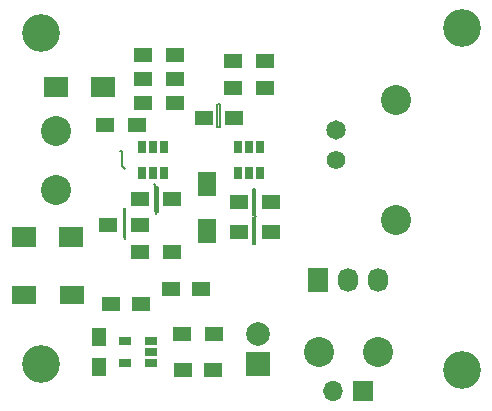
<source format=gts>
G04 #@! TF.GenerationSoftware,KiCad,Pcbnew,(5.1.10)-1*
G04 #@! TF.CreationDate,2022-01-17T16:42:43-05:00*
G04 #@! TF.ProjectId,DiffProbe,44696666-5072-46f6-9265-2e6b69636164,X1*
G04 #@! TF.SameCoordinates,Original*
G04 #@! TF.FileFunction,Soldermask,Top*
G04 #@! TF.FilePolarity,Negative*
%FSLAX46Y46*%
G04 Gerber Fmt 4.6, Leading zero omitted, Abs format (unit mm)*
G04 Created by KiCad (PCBNEW (5.1.10)-1) date 2022-01-17 16:42:43*
%MOMM*%
%LPD*%
G01*
G04 APERTURE LIST*
%ADD10C,0.200000*%
%ADD11C,3.200000*%
%ADD12R,2.000000X1.700000*%
%ADD13R,1.500000X1.250000*%
%ADD14R,1.250000X1.500000*%
%ADD15R,1.500000X1.300000*%
%ADD16C,2.540000*%
%ADD17R,0.650000X1.060000*%
%ADD18R,1.060000X0.650000*%
%ADD19R,2.000000X2.000000*%
%ADD20C,2.000000*%
%ADD21C,1.574800*%
%ADD22C,1.651000*%
%ADD23R,1.727200X2.032000*%
%ADD24O,1.727200X2.032000*%
%ADD25R,2.000000X1.600000*%
%ADD26R,1.600000X2.000000*%
%ADD27R,1.700000X1.700000*%
%ADD28O,1.700000X1.700000*%
G04 APERTURE END LIST*
D10*
X19100800Y-9956800D02*
X18973800Y-9956800D01*
X19100800Y-11963400D02*
X19100800Y-9956800D01*
X18897600Y-11963400D02*
X19100800Y-11963400D01*
X18897600Y-9956800D02*
X18897600Y-11963400D01*
X22098000Y-19481800D02*
X22148800Y-19481800D01*
X22098000Y-21844000D02*
X22098000Y-19481800D01*
X21920200Y-21844000D02*
X22098000Y-21844000D01*
X21920200Y-19507200D02*
X21920200Y-21844000D01*
X22072600Y-17170400D02*
X22072600Y-19405600D01*
X21894800Y-17170400D02*
X22072600Y-17170400D01*
X21894800Y-19380200D02*
X21894800Y-17170400D01*
X13614400Y-18999200D02*
X13843000Y-18999200D01*
X13614400Y-16967200D02*
X13614400Y-18999200D01*
X13843000Y-16967200D02*
X13716000Y-16967200D01*
X13843000Y-19126200D02*
X13843000Y-16967200D01*
X11049000Y-18745200D02*
X11049000Y-21412200D01*
X10972800Y-21259800D02*
X11023600Y-21259800D01*
X10972800Y-18821400D02*
X10972800Y-21259800D01*
X13741400Y-16992600D02*
X13512800Y-16764000D01*
X13741400Y-19278600D02*
X13741400Y-16992600D01*
X10795000Y-13970000D02*
X10668000Y-13970000D01*
X10795000Y-15189200D02*
X10795000Y-13970000D01*
X11049000Y-15443200D02*
X10795000Y-15189200D01*
D11*
X39624000Y-32512000D03*
D12*
X9250000Y-8500000D03*
X5250000Y-8500000D03*
X6500000Y-21250000D03*
X2500000Y-21250000D03*
D13*
X20300000Y-11176000D03*
X17800000Y-11176000D03*
D14*
X8890000Y-32238000D03*
X8890000Y-29738000D03*
D13*
X17506000Y-25654000D03*
X15006000Y-25654000D03*
X18522000Y-32512000D03*
X16022000Y-32512000D03*
X12426000Y-26924000D03*
X9926000Y-26924000D03*
D15*
X12100000Y-11750000D03*
X9400000Y-11750000D03*
X12350000Y-20250000D03*
X9650000Y-20250000D03*
X12620000Y-9906000D03*
X15320000Y-9906000D03*
X12620000Y-7874000D03*
X15320000Y-7874000D03*
X15100000Y-22500000D03*
X12400000Y-22500000D03*
X12400000Y-18000000D03*
X15100000Y-18000000D03*
X12620000Y-5842000D03*
X15320000Y-5842000D03*
X20240000Y-8636000D03*
X22940000Y-8636000D03*
X20240000Y-6350000D03*
X22940000Y-6350000D03*
X20748000Y-18288000D03*
X23448000Y-18288000D03*
X23448000Y-20828000D03*
X20748000Y-20828000D03*
X15922000Y-29464000D03*
X18622000Y-29464000D03*
D16*
X32512000Y-30988000D03*
X27512000Y-30988000D03*
X5240000Y-17242000D03*
X5240000Y-12242000D03*
D17*
X14412000Y-13632000D03*
X13462000Y-13632000D03*
X12512000Y-13632000D03*
X12512000Y-15832000D03*
X14412000Y-15832000D03*
X13462000Y-15832000D03*
X22540000Y-13632000D03*
X21590000Y-13632000D03*
X20640000Y-13632000D03*
X20640000Y-15832000D03*
X22540000Y-15832000D03*
X21590000Y-15832000D03*
D18*
X13292000Y-31938000D03*
X13292000Y-30988000D03*
X13292000Y-30038000D03*
X11092000Y-30038000D03*
X11092000Y-31938000D03*
D19*
X22352000Y-32004000D03*
D20*
X22352000Y-29464000D03*
D21*
X28956000Y-14732000D03*
D22*
X28956000Y-12192000D03*
D16*
X34036000Y-9652000D03*
X34036000Y-19812000D03*
D23*
X27432000Y-24892000D03*
D24*
X29972000Y-24892000D03*
X32512000Y-24892000D03*
D11*
X4000000Y-32000000D03*
X39624000Y-3556000D03*
X4000000Y-4000000D03*
D25*
X6572000Y-26162000D03*
X2572000Y-26162000D03*
D26*
X18000000Y-16750000D03*
X18000000Y-20750000D03*
D27*
X31242000Y-34290000D03*
D28*
X28702000Y-34290000D03*
M02*

</source>
